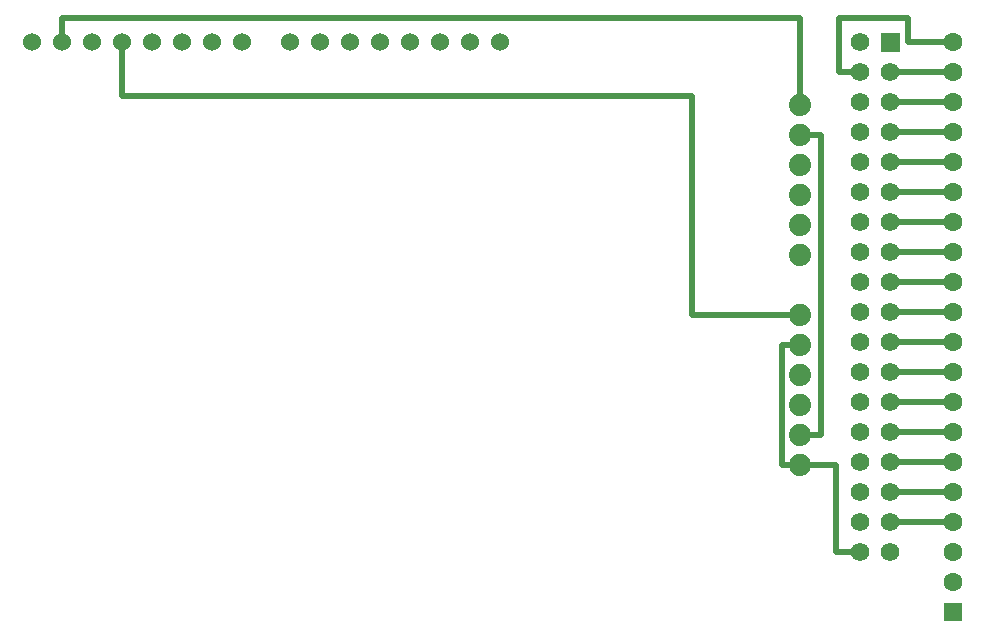
<source format=gbl>
G04 Layer: BottomLayer*
G04 EasyEDA v6.5.3, 2022-05-11 10:11:48*
G04 0613da1d9abe436da45d8866ec44bb36,be635ba5e1a24524a6f9dddda72dafc0,10*
G04 Gerber Generator version 0.2*
G04 Scale: 100 percent, Rotated: No, Reflected: No *
G04 Dimensions in millimeters *
G04 leading zeros omitted , absolute positions ,4 integer and 5 decimal *
%FSLAX45Y45*%
%MOMM*%

%ADD11C,0.5080*%
%ADD12C,1.5700*%
%ADD14C,1.5240*%
%ADD15C,1.6000*%
%ADD16R,1.6000X1.6000*%
%ADD17C,1.8796*%

%LPD*%
D11*
X-83820000Y65252600D02*
G01*
X-83820000Y65989200D01*
X-90068400Y65989200D01*
X-90068400Y65786000D01*
X-83820000Y62204600D02*
G01*
X-83515200Y62204600D01*
X-83515200Y61468000D01*
X-83312000Y61468000D01*
X-83820000Y63220600D02*
G01*
X-83972400Y63220600D01*
X-83972400Y62204600D01*
X-83820000Y62204600D01*
X-83820000Y63474600D02*
G01*
X-84734400Y63474600D01*
X-84734400Y65328800D01*
X-89560400Y65328800D01*
X-89560400Y65786000D01*
X-83312000Y65532000D02*
G01*
X-83489800Y65532000D01*
X-83489800Y65989200D01*
X-82905600Y65989200D01*
X-82905600Y65786000D01*
X-82524600Y65786000D01*
X-83820000Y64998600D02*
G01*
X-83642200Y64998600D01*
X-83642200Y62458600D01*
X-83820000Y62458600D01*
X-83058000Y65532000D02*
G01*
X-82524600Y65532000D01*
X-83058000Y61722000D02*
G01*
X-82524600Y61722000D01*
X-83058000Y61976000D02*
G01*
X-82524600Y61976000D01*
X-83058000Y62230000D02*
G01*
X-82524600Y62230000D01*
X-83058000Y62484000D02*
G01*
X-82499200Y62484000D01*
X-83058000Y62738000D02*
G01*
X-82499200Y62738000D01*
X-83058000Y62992000D02*
G01*
X-82499200Y62992000D01*
X-83058000Y63246000D02*
G01*
X-82499200Y63246000D01*
X-83058000Y63500000D02*
G01*
X-82499200Y63500000D01*
X-83058000Y63754000D02*
G01*
X-82499200Y63754000D01*
X-83058000Y64008000D02*
G01*
X-82499200Y64008000D01*
X-83058000Y64262000D02*
G01*
X-82499200Y64262000D01*
X-83058000Y64516000D02*
G01*
X-82499200Y64516000D01*
X-83058000Y64770000D02*
G01*
X-82499200Y64770000D01*
X-83058000Y65024000D02*
G01*
X-82499200Y65024000D01*
X-83058000Y65278000D02*
G01*
X-82499200Y65278000D01*
D12*
G01*
X-83312000Y65786000D03*
G36*
X-82979488Y65864511D02*
G01*
X-83136511Y65864511D01*
X-83136511Y65707488D01*
X-82979488Y65707488D01*
G37*
G01*
X-83058000Y65532000D03*
G01*
X-83312000Y65532000D03*
G01*
X-83058000Y65278000D03*
G01*
X-83312000Y65278000D03*
G01*
X-83058000Y65024000D03*
G01*
X-83312000Y65024000D03*
G01*
X-83058000Y64770000D03*
G01*
X-83312000Y64770000D03*
G01*
X-83058000Y64516000D03*
G01*
X-83312000Y64516000D03*
G01*
X-83058000Y64262000D03*
G01*
X-83312000Y64262000D03*
G01*
X-83058000Y64008000D03*
G01*
X-83312000Y64008000D03*
G01*
X-83058000Y63754000D03*
G01*
X-83312000Y63754000D03*
G01*
X-83058000Y63500000D03*
G01*
X-83312000Y63500000D03*
G01*
X-83058000Y63246000D03*
G01*
X-83312000Y63246000D03*
G01*
X-83058000Y62992000D03*
G01*
X-83312000Y62992000D03*
G01*
X-83058000Y62738000D03*
G01*
X-83312000Y62738000D03*
G01*
X-83058000Y62484000D03*
G01*
X-83312000Y62484000D03*
G01*
X-83058000Y62230000D03*
G01*
X-83312000Y62230000D03*
G01*
X-83058000Y61976000D03*
G01*
X-83312000Y61976000D03*
G01*
X-83058000Y61722000D03*
G01*
X-83312000Y61722000D03*
G01*
X-83058000Y61468000D03*
G01*
X-83312000Y61468000D03*
D14*
G01*
X-86360000Y65786000D03*
G01*
X-86614000Y65786000D03*
G01*
X-86868000Y65786000D03*
G01*
X-87122000Y65786000D03*
G01*
X-87376000Y65786000D03*
G01*
X-87630000Y65786000D03*
G01*
X-87884000Y65786000D03*
G01*
X-88138000Y65786000D03*
G01*
X-88544400Y65786000D03*
G01*
X-88798400Y65786000D03*
G01*
X-89052400Y65786000D03*
G01*
X-89306400Y65786000D03*
G01*
X-89560400Y65786000D03*
G01*
X-89814400Y65786000D03*
G01*
X-90068400Y65786000D03*
G01*
X-90322400Y65786000D03*
D15*
G01*
X-82524600Y65786000D03*
G01*
X-82524600Y65532000D03*
G01*
X-82524600Y65278000D03*
G01*
X-82524600Y65024000D03*
G01*
X-82524600Y64770000D03*
G01*
X-82524600Y64516000D03*
G01*
X-82524600Y64262000D03*
G01*
X-82524600Y64008000D03*
G01*
X-82524600Y63754000D03*
G01*
X-82524600Y63500000D03*
G01*
X-82524600Y63246000D03*
G01*
X-82524600Y62992000D03*
G01*
X-82524600Y62738000D03*
G01*
X-82524600Y62484000D03*
G01*
X-82524600Y62230000D03*
G01*
X-82524600Y61976000D03*
G01*
X-82524600Y61722000D03*
G01*
X-82524600Y61468000D03*
G01*
X-82524600Y61214000D03*
D16*
G01*
X-82524600Y60960000D03*
D17*
G01*
X-83820000Y62204600D03*
G01*
X-83820000Y62458600D03*
G01*
X-83820000Y62712600D03*
G01*
X-83820000Y62966600D03*
G01*
X-83820000Y63220600D03*
G01*
X-83820000Y63474600D03*
G01*
X-83820000Y63982600D03*
G01*
X-83820000Y64236600D03*
G01*
X-83820000Y64490600D03*
G01*
X-83820000Y64744600D03*
G01*
X-83820000Y64998600D03*
G01*
X-83820000Y65252600D03*
M02*

</source>
